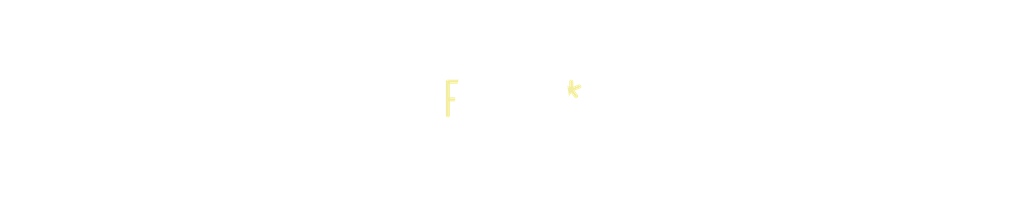
<source format=kicad_pcb>
(kicad_pcb (version 20240108) (generator pcbnew)
  (layers (0 "F.Cu" signal) (31 "B.Cu" signal) (34 "B.Paste" user) (35 "F.Paste" user) (36 "B.SilkS" user "B.Silkscreen") (37 "F.SilkS" user "F.Silkscreen") (38 "B.Mask" user) (39 "F.Mask" user) (44 "Edge.Cuts" user))
  (net 0 "")
  (footprint "MountingHole_4.3mm_M4_ISO14580_Pad" (layer "F.Cu") (at 0 0)
    (property "Reference" "REF**")
    (property "Value" "MountingHole_4.3mm_M4_ISO14580_Pad")
    (pad "1" thru_hole circle (at 0 0) (size 7 7) (drill 4.3) (layers *.Cu *.Mask) (remove_unused_layers))
  )
)
</source>
